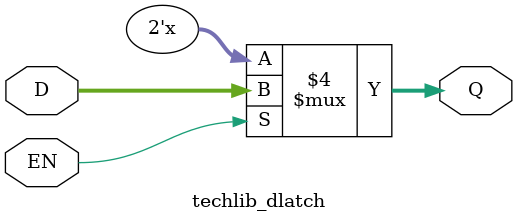
<source format=v>
module techlib_dlatch (EN, D, Q);
parameter WIDTH = 0;
parameter EN_POLARITY = 1'b1;
input EN;
input [WIDTH-1:0] D;
output reg [WIDTH-1:0] Q;
always @* begin
	if (EN == EN_POLARITY)
		Q = D;
end
endmodule
</source>
